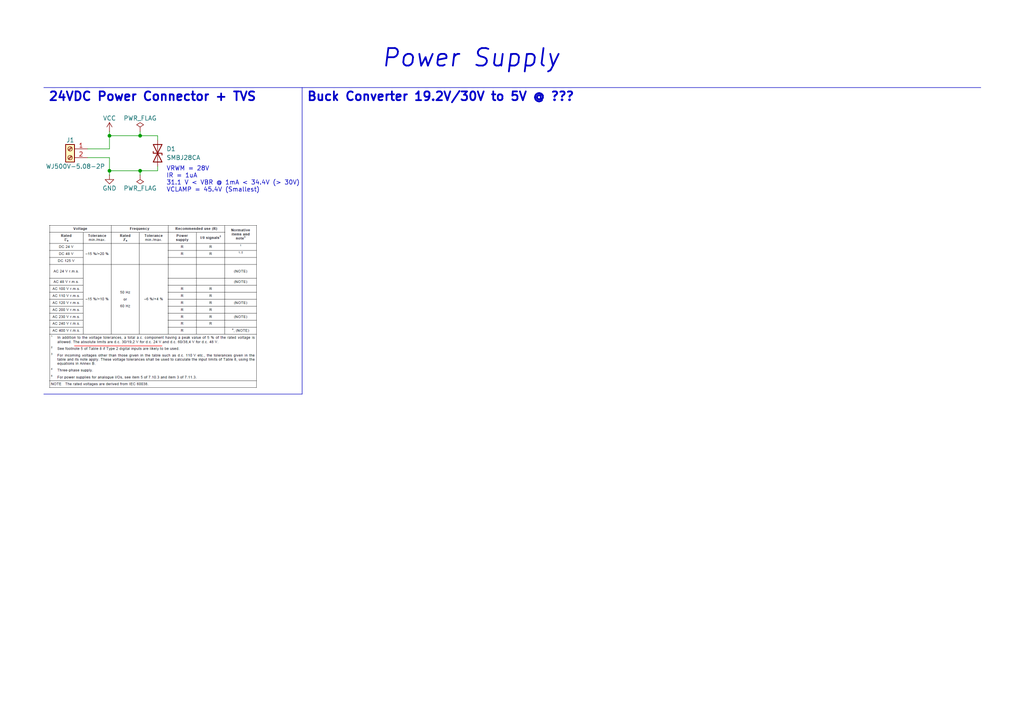
<source format=kicad_sch>
(kicad_sch (version 20250114) (generator "eeschema") (generator_version "9.0")
  (paper "A4")
  (title_block (title "Control & Data Acquisition | Power") (date "2025-07-01") (rev "1") (company "Ing. Andrés Chaparro"))
  (lib_symbols
    (symbol "Connector:Screw_Terminal_01x02" (pin_names (offset 1.016) (hide yes))
      (property "Reference" "J" (at 0 2.54 0))
      (property "Value" "Screw_Terminal_01x02" (at 0 -5.08 0))
      (symbol "Screw_Terminal_01x02_1_1"
        (rectangle (start -1.27 1.27) (end 1.27 -3.81) (stroke (width 0.254)) (fill (type background)))
        (polyline (pts (xy -0.5334 0.3302) (xy 0.3302 -0.508)) (stroke (width 0.1524)))
        (polyline (pts (xy -0.5334 -2.2098) (xy 0.3302 -3.048)) (stroke (width 0.1524)))
        (polyline (pts (xy -0.3556 0.508) (xy 0.508 -0.3302)) (stroke (width 0.1524)))
        (polyline (pts (xy -0.3556 -2.032) (xy 0.508 -2.8702)) (stroke (width 0.1524)))
        (circle (center 0 0) (radius 0.635) (stroke (width 0.1524)))
        (circle (center 0 -2.54) (radius 0.635) (stroke (width 0.1524)))
        (pin passive line (at -5.08 0 0) (length 3.81) (name "Pin_1") (number "1"))
        (pin passive line (at -5.08 -2.54 0) (length 3.81) (name "Pin_2") (number "2"))
      )
    )
    (symbol "Device:D_TVS" (pin_numbers (hide yes)) (pin_names (offset 1.016) (hide yes))
      (property "Reference" "D" (at 0 2.54 0))
      (property "Value" "D_TVS" (at 0 -2.54 0))
      (symbol "D_TVS_0_1"
        (polyline (pts (xy -2.54 1.27) (xy -2.54 -1.27) (xy 2.54 1.27) (xy 2.54 -1.27) (xy -2.54 1.27)) (stroke (width 0.254)))
        (polyline (pts (xy 0.508 1.27) (xy 0 1.27) (xy 0 -1.27) (xy -0.508 -1.27)) (stroke (width 0.254)))
        (polyline (pts (xy 1.27 0) (xy -1.27 0)))
      )
      (symbol "D_TVS_1_1"
        (pin passive line (at -3.81 0 0) (length 2.54) (name "A1") (number "1"))
        (pin passive line (at 3.81 0 180) (length 2.54) (name "A2") (number "2"))
      )
    )
    (symbol "power:GND" (power) (pin_numbers (hide yes)) (pin_names (offset 0) (hide yes))
      (property "Value" "GND" (at 0 -3.81 0))
      (symbol "GND_0_1"
        (polyline (pts (xy 0 0) (xy 0 -1.27) (xy 1.27 -1.27) (xy 0 -2.54) (xy -1.27 -1.27) (xy 0 -1.27)))
      )
      (symbol "GND_1_1"
        (pin power_in line (at 0 0 270) (length 0) (name "~") (number "1"))
      )
    )
    (symbol "power:PWR_FLAG" (power) (pin_numbers (hide yes)) (pin_names (offset 0) (hide yes))
      (property "Value" "PWR_FLAG" (at 0 3.81 0))
      (symbol "PWR_FLAG_0_0"
        (pin power_out line (at 0 0 90) (length 0) (name "~") (number "1"))
      )
      (symbol "PWR_FLAG_0_1"
        (polyline (pts (xy 0 0) (xy 0 1.27) (xy -1.016 1.905) (xy 0 2.54) (xy 1.016 1.905) (xy 0 1.27)))
      )
    )
    (symbol "power:VCC" (power) (pin_numbers (hide yes)) (pin_names (offset 0) (hide yes))
      (property "Value" "VCC" (at 0 3.556 0))
      (symbol "VCC_0_1"
        (polyline (pts (xy -0.762 1.27) (xy 0 2.54)))
        (polyline (pts (xy 0 2.54) (xy 0.762 1.27)))
        (polyline (pts (xy 0 0) (xy 0 2.54)))
      )
      (symbol "VCC_1_1"
        (pin power_in line (at 0 0 90) (length 0) (name "~") (number "1"))
      )
    )
  )
  (text "Power Supply" (at 110.49 13.97 0) (effects (font (size 5.08 5.08) (thickness 0.508) (bold yes) (italic yes)) (justify left top)))
  (text "VRWM = 28V\nIR = 1uA\n31.1 V < VBR @ 1mA < 34.4V (> 30V)\nVCLAMP = 45.4V (Smallest)" (at 48.26 48.26 0) (effects (font (size 1.27 1.27)) (justify left top)))
  (text "24VDC Power Connector + TVS" (at 13.97 26.67 0) (effects (font (size 2.54 2.54) (thickness 0.508) (bold yes)) (justify left top)))
  (text "Buck Converter 19.2V/30V to 5V @ ???" (at 88.9 26.67 0) (effects (font (size 2.54 2.54) (thickness 0.508) (bold yes)) (justify left top)))
  (junction (at 40.64 39.37))
  (junction (at 40.64 49.53))
  (junction (at 31.75 39.37))
  (junction (at 31.75 49.53))
  (wire (pts (xy 25.4 45.72) (xy 31.75 45.72)))
  (wire (pts (xy 31.75 43.18) (xy 31.75 39.37)))
  (polyline (pts (xy 87.63 114.3) (xy 87.63 25.4)))
  (wire (pts (xy 45.72 39.37) (xy 45.72 40.64)))
  (wire (pts (xy 31.75 39.37) (xy 40.64 39.37)))
  (polyline (pts (xy 21.59 100.33) (xy 46.99 100.33)) (stroke (width 0) (type solid) (color 255 0 0 1)))
  (wire (pts (xy 25.4 43.18) (xy 31.75 43.18)))
  (wire (pts (xy 40.64 39.37) (xy 45.72 39.37)))
  (polyline (pts (xy 12.7 114.3) (xy 87.63 114.3)))
  (wire (pts (xy 31.75 49.53) (xy 31.75 50.8)))
  (wire (pts (xy 40.64 49.53) (xy 31.75 49.53)))
  (wire (pts (xy 40.64 39.37) (xy 40.64 38.1)))
  (wire (pts (xy 45.72 49.53) (xy 45.72 48.26)))
  (wire (pts (xy 31.75 45.72) (xy 31.75 49.53)))
  (wire (pts (xy 40.64 49.53) (xy 45.72 49.53)))
  (polyline (pts (xy 12.7 25.4) (xy 284.48 25.4)))
  (wire (pts (xy 31.75 39.37) (xy 31.75 38.1)))
  (wire (pts (xy 40.64 50.8) (xy 40.64 49.53)))
  (image (at 44.45 88.9) (scale 0.313277))
  (symbol (lib_id "power:GND") (at 31.75 50.8 0) (unit 1)
    (property "Reference" "#PWR07" (effects (hide yes)))
    (property "Value" "GND" (at 31.75 54.61 0))
    (property "Description" "Power symbol creates a global label with name \"GND\" , ground" (effects (hide yes)))
  )
  (symbol (lib_id "Device:D_TVS") (at 45.72 44.45 270) (unit 1)
    (property "Reference" "D1" (at 48.26 43.1799 90) (effects (justify left)))
    (property "Value" "SMBJ28CA" (at 48.26 45.7199 90) (effects (justify left)))
    (property "Datasheet" "https://lcsc.com/datasheet/lcsc_datasheet_2409302201_TWGMC-SMBJ28CA_C726872.pdf" (effects (hide yes)))
    (property "Description" "13.3A 600W 45.4V 34.4V Bidirectional 28V SMB ESD and Surge Protection (TVS/ESD) ROHS" (effects (hide yes)))
    (property "Manufacturer" "TWGMC" (effects (hide yes)))
    (property "Mfr. Part #" "SMBJ28CA" (effects (hide yes)))
    (property "LCSC Part #" "C726872" (effects (hide yes)))
    (property "Package" "SMB" (effects (hide yes)))
  )
  (symbol (lib_id "power:PWR_FLAG") (at 40.64 38.1 0) (unit 1)
    (property "Reference" "#FLG04" (effects (hide yes)))
    (property "Value" "PWR_FLAG" (at 40.64 34.29 0))
    (property "Description" "Special symbol for telling ERC where power comes from" (effects (hide yes)))
  )
  (symbol (lib_id "Connector:Screw_Terminal_01x02") (at 20.32 43.18 0) (mirror y) (unit 1)
    (property "Reference" "J1" (at 21.59 40.64 0) (effects (justify left)))
    (property "Value" "WJ500V-5.08-2P" (at 30.48 48.26 0) (effects (justify left)))
    (property "Datasheet" "https://lcsc.com/datasheet/lcsc_datasheet_1912251636_Ningbo-Kangnex-Elec-WJ500V-5-08-2P_C8465.pdf" (effects (hide yes)))
    (property "Description" "1x2P 18A -40℃~+105℃ 250V Green 14~30 Through Hole 5.08mm 2.5 1 2 Through Hole,P=5.08mm Screw Terminal Blocks ROHS" (effects (hide yes)))
    (property "Manufacturer" "Ningbo Kangnex Elec" (effects (hide yes)))
    (property "Mfr. Part #" "WJ500V-5.08-2P" (effects (hide yes)))
    (property "LCSC Part #" "C8465" (effects (hide yes)))
    (property "Package" "Through Hole,P=5.08mm" (effects (hide yes)))
  )
  (symbol (lib_id "power:PWR_FLAG") (at 40.64 50.8 180) (unit 1)
    (property "Reference" "#FLG03" (effects (hide yes)))
    (property "Value" "PWR_FLAG" (at 40.64 54.61 0))
    (property "Description" "Special symbol for telling ERC where power comes from" (effects (hide yes)))
  )
  (symbol (lib_id "power:VCC") (at 31.75 38.1 0) (unit 1)
    (property "Reference" "#PWR01" (effects (hide yes)))
    (property "Value" "VCC" (at 31.75 34.29 0))
    (property "Description" "Power symbol creates a global label with name \"VCC\"" (effects (hide yes)))
  )
)
</source>
